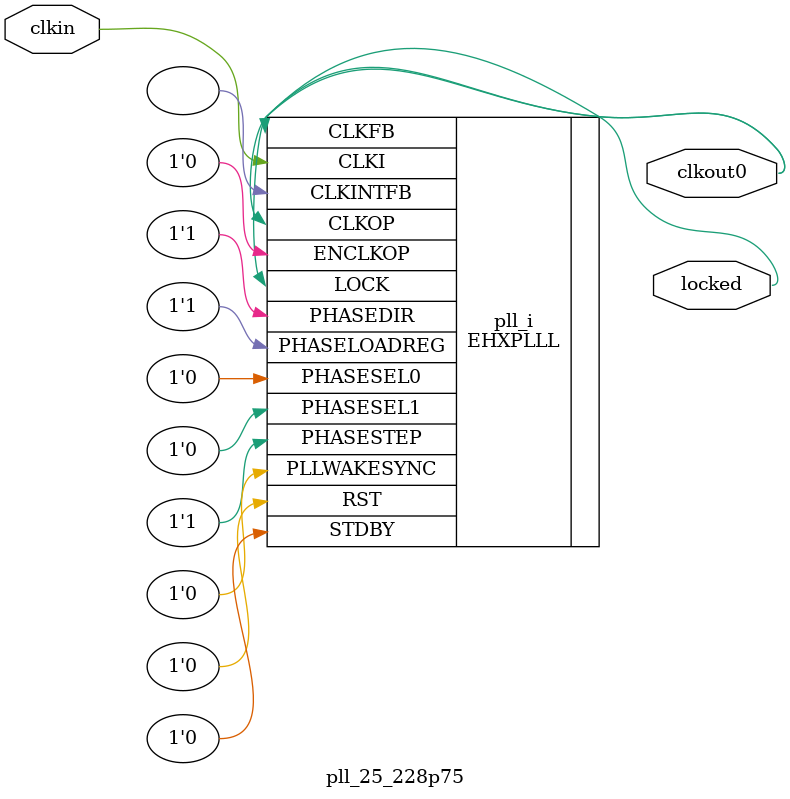
<source format=v>
module pll_25_228p75
(
    input clkin, // 25 MHz, 0 deg
    output clkout0, // 228.571 MHz, 0 deg
    output locked
);
(* FREQUENCY_PIN_CLKI="25" *)
(* FREQUENCY_PIN_CLKOP="228.571" *)
(* ICP_CURRENT="12" *) (* LPF_RESISTOR="8" *) (* MFG_ENABLE_FILTEROPAMP="1" *) (* MFG_GMCREF_SEL="2" *)
EHXPLLL #(
        .PLLRST_ENA("DISABLED"),
        .INTFB_WAKE("DISABLED"),
        .STDBY_ENABLE("DISABLED"),
        .DPHASE_SOURCE("DISABLED"),
        .OUTDIVIDER_MUXA("DIVA"),
        .OUTDIVIDER_MUXB("DIVB"),
        .OUTDIVIDER_MUXC("DIVC"),
        .OUTDIVIDER_MUXD("DIVD"),
        .CLKI_DIV(7),
        .CLKOP_ENABLE("ENABLED"),
        .CLKOP_DIV(3),
        .CLKOP_CPHASE(1),
        .CLKOP_FPHASE(0),
        .FEEDBK_PATH("CLKOP"),
        .CLKFB_DIV(64)
    ) pll_i (
        .RST(1'b0),
        .STDBY(1'b0),
        .CLKI(clkin),
        .CLKOP(clkout0),
        .CLKFB(clkout0),
        .CLKINTFB(),
        .PHASESEL0(1'b0),
        .PHASESEL1(1'b0),
        .PHASEDIR(1'b1),
        .PHASESTEP(1'b1),
        .PHASELOADREG(1'b1),
        .PLLWAKESYNC(1'b0),
        .ENCLKOP(1'b0),
        .LOCK(locked)
	);
endmodule

</source>
